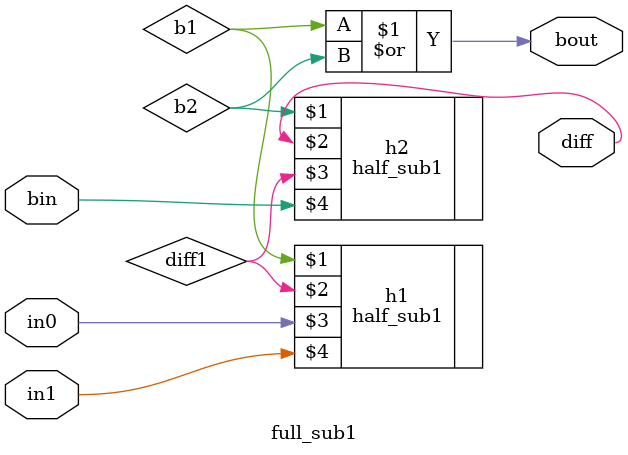
<source format=v>
module full_sub1(bout,diff,in0,in1,bin);
input in0,in1,bin;
output bout,diff;
half_sub1 h1(b1,diff1,in0,in1);
half_sub1 h2(b2,diff,diff1,bin);
or(bout,b1,b2);
endmodule

</source>
